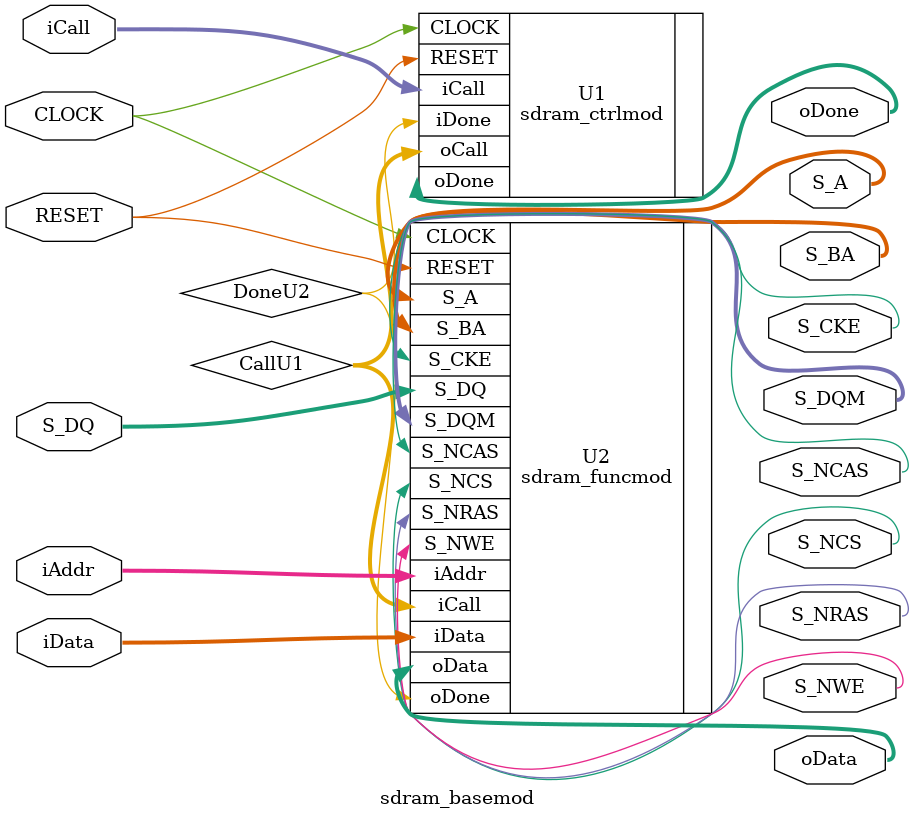
<source format=v>
module sdram_basemod
(
    input CLOCK,
	 input RESET,
	 
	 output S_CKE, S_NCS, S_NRAS, S_NCAS, S_NWE,
	 output [1:0]S_BA,
	 output [12:0]S_A, 
	 output [1:0]S_DQM,
	 inout [15:0]S_DQ,
	 
	 input [1:0]iCall,
	 output [1:0]oDone,
	 input [23:0]iAddr,
	 input [15:0]iData,
	 output [15:0]oData
); 
	 wire [3:0]CallU1; // [3]Refresh, [2]Read, [1]Write, [0]Initial

    sdram_ctrlmod U1
	 (
	     .CLOCK( CLOCK ),
		  .RESET( RESET ),
		  .iCall( iCall ),   // < top ,[1]Write [0]Read
		  .oDone( oDone ),     // > top ,[1]Write [0]Read
		  .oCall( CallU1 ),  // > U2 
		  .iDone( DoneU2 )
	 );
	 
	 wire DoneU2;
	 
	 sdram_funcmod U2
	 (
	     .CLOCK( CLOCK ),
		  .RESET( RESET ),
		  .S_CKE( S_CKE ),   // > top
		  .S_NCS( S_NCS ),   // > top
		  .S_NRAS( S_NRAS ), // > top
		  .S_NCAS( S_NCAS ), // > top
		  .S_NWE( S_NWE ), // > top
		  .S_BA( S_BA ),   // > top
		  .S_A( S_A ),     // > top
		  .S_DQM( S_DQM ), // > top
		  .S_DQ( S_DQ ),   // <> top        
		  .iCall( CallU1 ),    // < U1
		  .oDone( DoneU2 ),  // > U1
		  .iAddr( iAddr ),       // < top
		  .iData( iData ),       // < top
		  .oData( oData )       // > top
	 );
	 
endmodule

</source>
